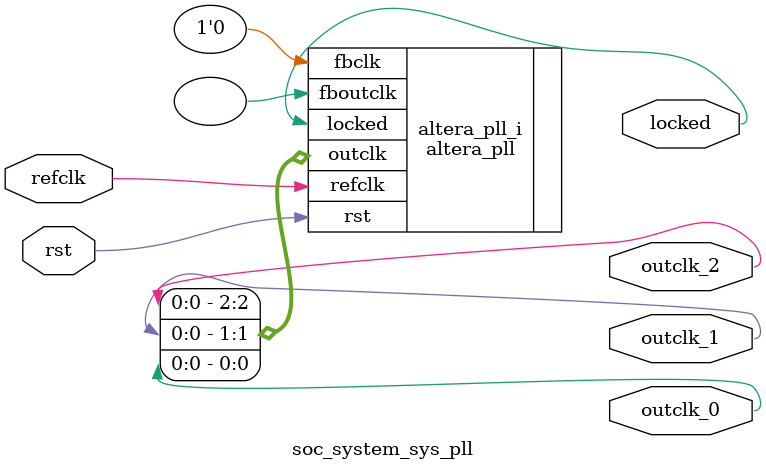
<source format=v>
`timescale 1ns/10ps
module  soc_system_sys_pll(

	// interface 'refclk'
	input wire refclk,

	// interface 'reset'
	input wire rst,

	// interface 'outclk0'
	output wire outclk_0,

	// interface 'outclk1'
	output wire outclk_1,

	// interface 'outclk2'
	output wire outclk_2,

	// interface 'locked'
	output wire locked
);

	altera_pll #(
		.fractional_vco_multiplier("false"),
		.reference_clock_frequency("50.0 MHz"),
		.operation_mode("direct"),
		.number_of_clocks(3),
		.output_clock_frequency0("70.000000 MHz"),
		.phase_shift0("0 ps"),
		.duty_cycle0(50),
		.output_clock_frequency1("30.000000 MHz"),
		.phase_shift1("0 ps"),
		.duty_cycle1(50),
		.output_clock_frequency2("30.000000 MHz"),
		.phase_shift2("0 ps"),
		.duty_cycle2(50),
		.output_clock_frequency3("0 MHz"),
		.phase_shift3("0 ps"),
		.duty_cycle3(50),
		.output_clock_frequency4("0 MHz"),
		.phase_shift4("0 ps"),
		.duty_cycle4(50),
		.output_clock_frequency5("0 MHz"),
		.phase_shift5("0 ps"),
		.duty_cycle5(50),
		.output_clock_frequency6("0 MHz"),
		.phase_shift6("0 ps"),
		.duty_cycle6(50),
		.output_clock_frequency7("0 MHz"),
		.phase_shift7("0 ps"),
		.duty_cycle7(50),
		.output_clock_frequency8("0 MHz"),
		.phase_shift8("0 ps"),
		.duty_cycle8(50),
		.output_clock_frequency9("0 MHz"),
		.phase_shift9("0 ps"),
		.duty_cycle9(50),
		.output_clock_frequency10("0 MHz"),
		.phase_shift10("0 ps"),
		.duty_cycle10(50),
		.output_clock_frequency11("0 MHz"),
		.phase_shift11("0 ps"),
		.duty_cycle11(50),
		.output_clock_frequency12("0 MHz"),
		.phase_shift12("0 ps"),
		.duty_cycle12(50),
		.output_clock_frequency13("0 MHz"),
		.phase_shift13("0 ps"),
		.duty_cycle13(50),
		.output_clock_frequency14("0 MHz"),
		.phase_shift14("0 ps"),
		.duty_cycle14(50),
		.output_clock_frequency15("0 MHz"),
		.phase_shift15("0 ps"),
		.duty_cycle15(50),
		.output_clock_frequency16("0 MHz"),
		.phase_shift16("0 ps"),
		.duty_cycle16(50),
		.output_clock_frequency17("0 MHz"),
		.phase_shift17("0 ps"),
		.duty_cycle17(50),
		.pll_type("General"),
		.pll_subtype("General")
	) altera_pll_i (
		.rst	(rst),
		.outclk	({outclk_2, outclk_1, outclk_0}),
		.locked	(locked),
		.fboutclk	( ),
		.fbclk	(1'b0),
		.refclk	(refclk)
	);
endmodule

</source>
